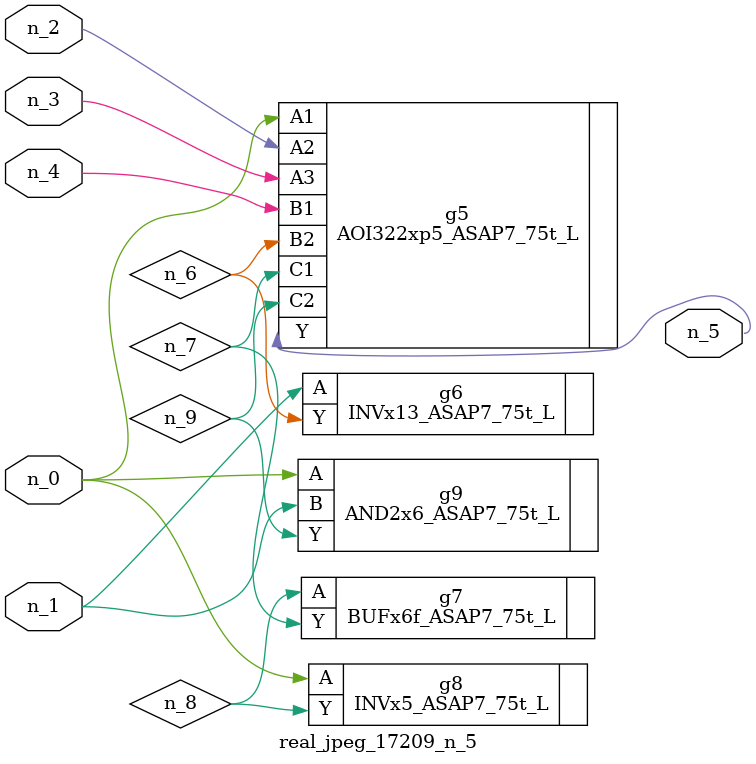
<source format=v>
module real_jpeg_17209_n_5 (n_4, n_0, n_1, n_2, n_3, n_5);

input n_4;
input n_0;
input n_1;
input n_2;
input n_3;

output n_5;

wire n_8;
wire n_6;
wire n_7;
wire n_9;

AOI322xp5_ASAP7_75t_L g5 ( 
.A1(n_0),
.A2(n_2),
.A3(n_3),
.B1(n_4),
.B2(n_6),
.C1(n_7),
.C2(n_9),
.Y(n_5)
);

INVx5_ASAP7_75t_L g8 ( 
.A(n_0),
.Y(n_8)
);

AND2x6_ASAP7_75t_L g9 ( 
.A(n_0),
.B(n_1),
.Y(n_9)
);

INVx13_ASAP7_75t_L g6 ( 
.A(n_1),
.Y(n_6)
);

BUFx6f_ASAP7_75t_L g7 ( 
.A(n_8),
.Y(n_7)
);


endmodule
</source>
